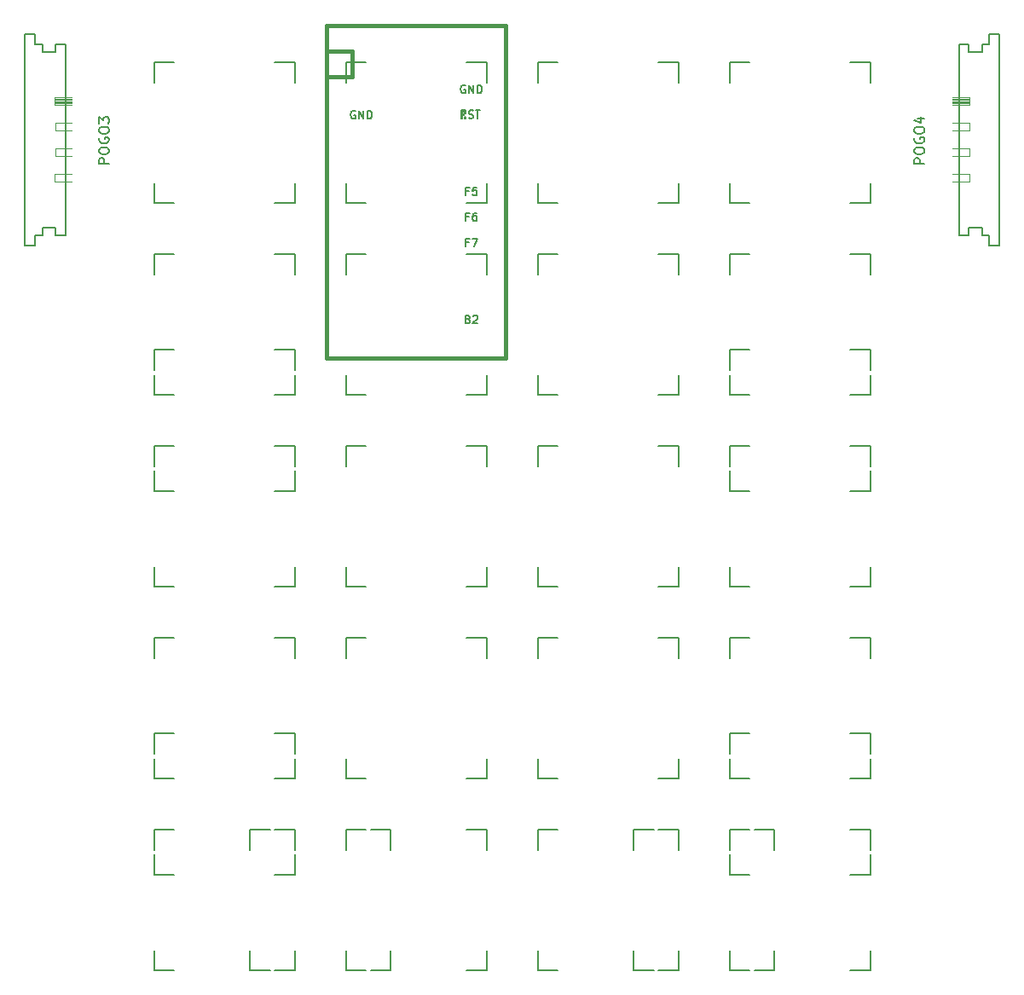
<source format=gbr>
G04 #@! TF.GenerationSoftware,KiCad,Pcbnew,(5.1.4)-1*
G04 #@! TF.CreationDate,2021-01-30T01:06:02-06:00*
G04 #@! TF.ProjectId,65Numpad,36354e75-6d70-4616-942e-6b696361645f,rev?*
G04 #@! TF.SameCoordinates,Original*
G04 #@! TF.FileFunction,Legend,Top*
G04 #@! TF.FilePolarity,Positive*
%FSLAX46Y46*%
G04 Gerber Fmt 4.6, Leading zero omitted, Abs format (unit mm)*
G04 Created by KiCad (PCBNEW (5.1.4)-1) date 2021-01-30 01:06:02*
%MOMM*%
%LPD*%
G04 APERTURE LIST*
%ADD10C,0.120000*%
%ADD11C,0.150000*%
%ADD12C,0.381000*%
G04 APERTURE END LIST*
D10*
X322109750Y-58482500D02*
X323797750Y-58482500D01*
X322109750Y-57722500D02*
X322109750Y-58482500D01*
X323797750Y-57722500D02*
X322109750Y-57722500D01*
X322109750Y-61022500D02*
X323797750Y-61022500D01*
X322109750Y-60262500D02*
X322109750Y-61022500D01*
X323797750Y-60262500D02*
X322109750Y-60262500D01*
X322103750Y-63562500D02*
X323791750Y-63562500D01*
X323791750Y-55182500D02*
X322103750Y-55182500D01*
X323791750Y-55602500D02*
X322103750Y-55602500D01*
X323791750Y-55482500D02*
X322103750Y-55482500D01*
X323791750Y-55362500D02*
X322103750Y-55362500D01*
X322103750Y-55182500D02*
X322103750Y-55942500D01*
X323791750Y-55842500D02*
X322103750Y-55842500D01*
X322103750Y-62802500D02*
X322103750Y-63562500D01*
X323791750Y-55722500D02*
X322103750Y-55722500D01*
X323791750Y-62802500D02*
X322103750Y-62802500D01*
X322103750Y-55942500D02*
X323791750Y-55942500D01*
X323791750Y-55242500D02*
X322103750Y-55242500D01*
D11*
X323143750Y-56062500D02*
X323143750Y-55062500D01*
X323143750Y-49932500D02*
X323143750Y-68932500D01*
X320843750Y-49932500D02*
X320843750Y-50732500D01*
X319143750Y-48932500D02*
X320143750Y-48932500D01*
X320143750Y-48932500D02*
X320143750Y-49932500D01*
X320143750Y-49932500D02*
X320843750Y-49932500D01*
X320843750Y-50732500D02*
X322143750Y-50732500D01*
X322143750Y-50732500D02*
X322143750Y-49932500D01*
X322143750Y-49932500D02*
X323143750Y-49932500D01*
X322143750Y-68932500D02*
X323143750Y-68932500D01*
X322143750Y-68132500D02*
X322143750Y-68932500D01*
X320843750Y-68132500D02*
X322143750Y-68132500D01*
X320843750Y-68932500D02*
X320843750Y-68132500D01*
X320143750Y-68932500D02*
X320843750Y-68932500D01*
X320143750Y-69932500D02*
X320143750Y-68932500D01*
X319143750Y-69932500D02*
X320143750Y-69932500D01*
X319143750Y-48932500D02*
X319143750Y-69932500D01*
D10*
X412902750Y-58482500D02*
X411214750Y-58482500D01*
X412902750Y-57722500D02*
X412902750Y-58482500D01*
X411214750Y-57722500D02*
X412902750Y-57722500D01*
X412902750Y-61022500D02*
X411214750Y-61022500D01*
X412902750Y-60262500D02*
X412902750Y-61022500D01*
X411214750Y-60262500D02*
X412902750Y-60262500D01*
X412908750Y-63562500D02*
X411220750Y-63562500D01*
X411220750Y-55182500D02*
X412908750Y-55182500D01*
X411220750Y-55602500D02*
X412908750Y-55602500D01*
X411220750Y-55482500D02*
X412908750Y-55482500D01*
X411220750Y-55362500D02*
X412908750Y-55362500D01*
X412908750Y-55182500D02*
X412908750Y-55942500D01*
X411220750Y-55842500D02*
X412908750Y-55842500D01*
X412908750Y-62802500D02*
X412908750Y-63562500D01*
X411220750Y-55722500D02*
X412908750Y-55722500D01*
X411220750Y-62802500D02*
X412908750Y-62802500D01*
X412908750Y-55942500D02*
X411220750Y-55942500D01*
X411220750Y-55242500D02*
X412908750Y-55242500D01*
D11*
X411868750Y-56062500D02*
X411868750Y-55062500D01*
X411868750Y-49932500D02*
X411868750Y-68932500D01*
X414168750Y-49932500D02*
X414168750Y-50732500D01*
X415868750Y-48932500D02*
X414868750Y-48932500D01*
X414868750Y-48932500D02*
X414868750Y-49932500D01*
X414868750Y-49932500D02*
X414168750Y-49932500D01*
X414168750Y-50732500D02*
X412868750Y-50732500D01*
X412868750Y-50732500D02*
X412868750Y-49932500D01*
X412868750Y-49932500D02*
X411868750Y-49932500D01*
X412868750Y-68932500D02*
X411868750Y-68932500D01*
X412868750Y-68132500D02*
X412868750Y-68932500D01*
X414168750Y-68132500D02*
X412868750Y-68132500D01*
X414168750Y-68932500D02*
X414168750Y-68132500D01*
X414868750Y-68932500D02*
X414168750Y-68932500D01*
X414868750Y-69932500D02*
X414868750Y-68932500D01*
X415868750Y-69932500D02*
X414868750Y-69932500D01*
X415868750Y-48932500D02*
X415868750Y-69932500D01*
X401081250Y-127937500D02*
X403081250Y-127937500D01*
X403081250Y-127937500D02*
X403081250Y-129937500D01*
X401081250Y-141937500D02*
X403081250Y-141937500D01*
X403081250Y-141937500D02*
X403081250Y-139937500D01*
X389081250Y-139937500D02*
X389081250Y-141937500D01*
X389081250Y-141937500D02*
X391081250Y-141937500D01*
X391081250Y-127937500D02*
X389081250Y-127937500D01*
X389081250Y-127937500D02*
X389081250Y-129937500D01*
X401081250Y-108887500D02*
X403081250Y-108887500D01*
X403081250Y-108887500D02*
X403081250Y-110887500D01*
X401081250Y-122887500D02*
X403081250Y-122887500D01*
X403081250Y-122887500D02*
X403081250Y-120887500D01*
X389081250Y-120887500D02*
X389081250Y-122887500D01*
X389081250Y-122887500D02*
X391081250Y-122887500D01*
X391081250Y-108887500D02*
X389081250Y-108887500D01*
X389081250Y-108887500D02*
X389081250Y-110887500D01*
X362981250Y-70787500D02*
X364981250Y-70787500D01*
X364981250Y-70787500D02*
X364981250Y-72787500D01*
X362981250Y-84787500D02*
X364981250Y-84787500D01*
X364981250Y-84787500D02*
X364981250Y-82787500D01*
X350981250Y-82787500D02*
X350981250Y-84787500D01*
X350981250Y-84787500D02*
X352981250Y-84787500D01*
X352981250Y-70787500D02*
X350981250Y-70787500D01*
X350981250Y-70787500D02*
X350981250Y-72787500D01*
X362981250Y-108887500D02*
X364981250Y-108887500D01*
X364981250Y-108887500D02*
X364981250Y-110887500D01*
X362981250Y-122887500D02*
X364981250Y-122887500D01*
X364981250Y-122887500D02*
X364981250Y-120887500D01*
X350981250Y-120887500D02*
X350981250Y-122887500D01*
X350981250Y-122887500D02*
X352981250Y-122887500D01*
X352981250Y-108887500D02*
X350981250Y-108887500D01*
X350981250Y-108887500D02*
X350981250Y-110887500D01*
X401081250Y-51737500D02*
X403081250Y-51737500D01*
X403081250Y-51737500D02*
X403081250Y-53737500D01*
X401081250Y-65737500D02*
X403081250Y-65737500D01*
X403081250Y-65737500D02*
X403081250Y-63737500D01*
X389081250Y-63737500D02*
X389081250Y-65737500D01*
X389081250Y-65737500D02*
X391081250Y-65737500D01*
X391081250Y-51737500D02*
X389081250Y-51737500D01*
X389081250Y-51737500D02*
X389081250Y-53737500D01*
X382031250Y-70787500D02*
X384031250Y-70787500D01*
X384031250Y-70787500D02*
X384031250Y-72787500D01*
X382031250Y-84787500D02*
X384031250Y-84787500D01*
X384031250Y-84787500D02*
X384031250Y-82787500D01*
X370031250Y-82787500D02*
X370031250Y-84787500D01*
X370031250Y-84787500D02*
X372031250Y-84787500D01*
X372031250Y-70787500D02*
X370031250Y-70787500D01*
X370031250Y-70787500D02*
X370031250Y-72787500D01*
X362981250Y-89837500D02*
X364981250Y-89837500D01*
X364981250Y-89837500D02*
X364981250Y-91837500D01*
X362981250Y-103837500D02*
X364981250Y-103837500D01*
X364981250Y-103837500D02*
X364981250Y-101837500D01*
X350981250Y-101837500D02*
X350981250Y-103837500D01*
X350981250Y-103837500D02*
X352981250Y-103837500D01*
X352981250Y-89837500D02*
X350981250Y-89837500D01*
X350981250Y-89837500D02*
X350981250Y-91837500D01*
X343931250Y-89837500D02*
X345931250Y-89837500D01*
X345931250Y-89837500D02*
X345931250Y-91837500D01*
X343931250Y-103837500D02*
X345931250Y-103837500D01*
X345931250Y-103837500D02*
X345931250Y-101837500D01*
X331931250Y-101837500D02*
X331931250Y-103837500D01*
X331931250Y-103837500D02*
X333931250Y-103837500D01*
X333931250Y-89837500D02*
X331931250Y-89837500D01*
X331931250Y-89837500D02*
X331931250Y-91837500D01*
X382031250Y-108887500D02*
X384031250Y-108887500D01*
X384031250Y-108887500D02*
X384031250Y-110887500D01*
X382031250Y-122887500D02*
X384031250Y-122887500D01*
X384031250Y-122887500D02*
X384031250Y-120887500D01*
X370031250Y-120887500D02*
X370031250Y-122887500D01*
X370031250Y-122887500D02*
X372031250Y-122887500D01*
X372031250Y-108887500D02*
X370031250Y-108887500D01*
X370031250Y-108887500D02*
X370031250Y-110887500D01*
X362981250Y-127937500D02*
X364981250Y-127937500D01*
X364981250Y-127937500D02*
X364981250Y-129937500D01*
X362981250Y-141937500D02*
X364981250Y-141937500D01*
X364981250Y-141937500D02*
X364981250Y-139937500D01*
X350981250Y-139937500D02*
X350981250Y-141937500D01*
X350981250Y-141937500D02*
X352981250Y-141937500D01*
X352981250Y-127937500D02*
X350981250Y-127937500D01*
X350981250Y-127937500D02*
X350981250Y-129937500D01*
X343931250Y-127937500D02*
X345931250Y-127937500D01*
X345931250Y-127937500D02*
X345931250Y-129937500D01*
X343931250Y-141937500D02*
X345931250Y-141937500D01*
X345931250Y-141937500D02*
X345931250Y-139937500D01*
X331931250Y-139937500D02*
X331931250Y-141937500D01*
X331931250Y-141937500D02*
X333931250Y-141937500D01*
X333931250Y-127937500D02*
X331931250Y-127937500D01*
X331931250Y-127937500D02*
X331931250Y-129937500D01*
X401081250Y-70787500D02*
X403081250Y-70787500D01*
X403081250Y-70787500D02*
X403081250Y-72787500D01*
X401081250Y-84787500D02*
X403081250Y-84787500D01*
X403081250Y-84787500D02*
X403081250Y-82787500D01*
X389081250Y-82787500D02*
X389081250Y-84787500D01*
X389081250Y-84787500D02*
X391081250Y-84787500D01*
X391081250Y-70787500D02*
X389081250Y-70787500D01*
X389081250Y-70787500D02*
X389081250Y-72787500D01*
X401081250Y-89837500D02*
X403081250Y-89837500D01*
X403081250Y-89837500D02*
X403081250Y-91837500D01*
X401081250Y-103837500D02*
X403081250Y-103837500D01*
X403081250Y-103837500D02*
X403081250Y-101837500D01*
X389081250Y-101837500D02*
X389081250Y-103837500D01*
X389081250Y-103837500D02*
X391081250Y-103837500D01*
X391081250Y-89837500D02*
X389081250Y-89837500D01*
X389081250Y-89837500D02*
X389081250Y-91837500D01*
X382031250Y-127937500D02*
X384031250Y-127937500D01*
X384031250Y-127937500D02*
X384031250Y-129937500D01*
X382031250Y-141937500D02*
X384031250Y-141937500D01*
X384031250Y-141937500D02*
X384031250Y-139937500D01*
X370031250Y-139937500D02*
X370031250Y-141937500D01*
X370031250Y-141937500D02*
X372031250Y-141937500D01*
X372031250Y-127937500D02*
X370031250Y-127937500D01*
X370031250Y-127937500D02*
X370031250Y-129937500D01*
D12*
X351631250Y-50641250D02*
X349091250Y-50641250D01*
X349091250Y-48101250D02*
X349091250Y-50641250D01*
X366871250Y-48101250D02*
X349091250Y-48101250D01*
X366871250Y-50641250D02*
X366871250Y-48101250D01*
D11*
G36*
X362912818Y-57120610D02*
G01*
X362912818Y-57320610D01*
X362812818Y-57320610D01*
X362812818Y-57120610D01*
X362912818Y-57120610D01*
G37*
X362912818Y-57120610D02*
X362912818Y-57320610D01*
X362812818Y-57320610D01*
X362812818Y-57120610D01*
X362912818Y-57120610D01*
G36*
X362512818Y-56520610D02*
G01*
X362512818Y-57320610D01*
X362412818Y-57320610D01*
X362412818Y-56520610D01*
X362512818Y-56520610D01*
G37*
X362512818Y-56520610D02*
X362512818Y-57320610D01*
X362412818Y-57320610D01*
X362412818Y-56520610D01*
X362512818Y-56520610D01*
G36*
X362912818Y-56520610D02*
G01*
X362912818Y-56620610D01*
X362412818Y-56620610D01*
X362412818Y-56520610D01*
X362912818Y-56520610D01*
G37*
X362912818Y-56520610D02*
X362912818Y-56620610D01*
X362412818Y-56620610D01*
X362412818Y-56520610D01*
X362912818Y-56520610D01*
G36*
X362712818Y-56920610D02*
G01*
X362712818Y-57020610D01*
X362612818Y-57020610D01*
X362612818Y-56920610D01*
X362712818Y-56920610D01*
G37*
X362712818Y-56920610D02*
X362712818Y-57020610D01*
X362612818Y-57020610D01*
X362612818Y-56920610D01*
X362712818Y-56920610D01*
G36*
X362912818Y-56520610D02*
G01*
X362912818Y-56820610D01*
X362812818Y-56820610D01*
X362812818Y-56520610D01*
X362912818Y-56520610D01*
G37*
X362912818Y-56520610D02*
X362912818Y-56820610D01*
X362812818Y-56820610D01*
X362812818Y-56520610D01*
X362912818Y-56520610D01*
D12*
X351631250Y-53181250D02*
X349091250Y-53181250D01*
X351631250Y-50641250D02*
X351631250Y-53181250D01*
X366871250Y-81121250D02*
X366871250Y-50641250D01*
X349091250Y-81121250D02*
X366871250Y-81121250D01*
X349091250Y-50641250D02*
X349091250Y-81121250D01*
D11*
X362981250Y-51737500D02*
X364981250Y-51737500D01*
X364981250Y-51737500D02*
X364981250Y-53737500D01*
X362981250Y-65737500D02*
X364981250Y-65737500D01*
X364981250Y-65737500D02*
X364981250Y-63737500D01*
X350981250Y-63737500D02*
X350981250Y-65737500D01*
X350981250Y-65737500D02*
X352981250Y-65737500D01*
X352981250Y-51737500D02*
X350981250Y-51737500D01*
X350981250Y-51737500D02*
X350981250Y-53737500D01*
X382031250Y-89837500D02*
X384031250Y-89837500D01*
X384031250Y-89837500D02*
X384031250Y-91837500D01*
X382031250Y-103837500D02*
X384031250Y-103837500D01*
X384031250Y-103837500D02*
X384031250Y-101837500D01*
X370031250Y-101837500D02*
X370031250Y-103837500D01*
X370031250Y-103837500D02*
X372031250Y-103837500D01*
X372031250Y-89837500D02*
X370031250Y-89837500D01*
X370031250Y-89837500D02*
X370031250Y-91837500D01*
X343931250Y-51737500D02*
X345931250Y-51737500D01*
X345931250Y-51737500D02*
X345931250Y-53737500D01*
X343931250Y-65737500D02*
X345931250Y-65737500D01*
X345931250Y-65737500D02*
X345931250Y-63737500D01*
X331931250Y-63737500D02*
X331931250Y-65737500D01*
X331931250Y-65737500D02*
X333931250Y-65737500D01*
X333931250Y-51737500D02*
X331931250Y-51737500D01*
X331931250Y-51737500D02*
X331931250Y-53737500D01*
X343931250Y-70787500D02*
X345931250Y-70787500D01*
X345931250Y-70787500D02*
X345931250Y-72787500D01*
X343931250Y-84787500D02*
X345931250Y-84787500D01*
X345931250Y-84787500D02*
X345931250Y-82787500D01*
X331931250Y-82787500D02*
X331931250Y-84787500D01*
X331931250Y-84787500D02*
X333931250Y-84787500D01*
X333931250Y-70787500D02*
X331931250Y-70787500D01*
X331931250Y-70787500D02*
X331931250Y-72787500D01*
X391556250Y-127937500D02*
X393556250Y-127937500D01*
X393556250Y-127937500D02*
X393556250Y-129937500D01*
X391556250Y-141937500D02*
X393556250Y-141937500D01*
X393556250Y-141937500D02*
X393556250Y-139937500D01*
X379556250Y-139937500D02*
X379556250Y-141937500D01*
X379556250Y-141937500D02*
X381556250Y-141937500D01*
X381556250Y-127937500D02*
X379556250Y-127937500D01*
X379556250Y-127937500D02*
X379556250Y-129937500D01*
X343931250Y-108887500D02*
X345931250Y-108887500D01*
X345931250Y-108887500D02*
X345931250Y-110887500D01*
X343931250Y-122887500D02*
X345931250Y-122887500D01*
X345931250Y-122887500D02*
X345931250Y-120887500D01*
X331931250Y-120887500D02*
X331931250Y-122887500D01*
X331931250Y-122887500D02*
X333931250Y-122887500D01*
X333931250Y-108887500D02*
X331931250Y-108887500D01*
X331931250Y-108887500D02*
X331931250Y-110887500D01*
X353456250Y-127937500D02*
X355456250Y-127937500D01*
X355456250Y-127937500D02*
X355456250Y-129937500D01*
X353456250Y-141937500D02*
X355456250Y-141937500D01*
X355456250Y-141937500D02*
X355456250Y-139937500D01*
X341456250Y-139937500D02*
X341456250Y-141937500D01*
X341456250Y-141937500D02*
X343456250Y-141937500D01*
X343456250Y-127937500D02*
X341456250Y-127937500D01*
X341456250Y-127937500D02*
X341456250Y-129937500D01*
X382031250Y-51737500D02*
X384031250Y-51737500D01*
X384031250Y-51737500D02*
X384031250Y-53737500D01*
X382031250Y-65737500D02*
X384031250Y-65737500D01*
X384031250Y-65737500D02*
X384031250Y-63737500D01*
X370031250Y-63737500D02*
X370031250Y-65737500D01*
X370031250Y-65737500D02*
X372031250Y-65737500D01*
X372031250Y-51737500D02*
X370031250Y-51737500D01*
X370031250Y-51737500D02*
X370031250Y-53737500D01*
X343931250Y-118412500D02*
X345931250Y-118412500D01*
X345931250Y-118412500D02*
X345931250Y-120412500D01*
X343931250Y-132412500D02*
X345931250Y-132412500D01*
X345931250Y-132412500D02*
X345931250Y-130412500D01*
X331931250Y-130412500D02*
X331931250Y-132412500D01*
X331931250Y-132412500D02*
X333931250Y-132412500D01*
X333931250Y-118412500D02*
X331931250Y-118412500D01*
X331931250Y-118412500D02*
X331931250Y-120412500D01*
X343931250Y-80312500D02*
X345931250Y-80312500D01*
X345931250Y-80312500D02*
X345931250Y-82312500D01*
X343931250Y-94312500D02*
X345931250Y-94312500D01*
X345931250Y-94312500D02*
X345931250Y-92312500D01*
X331931250Y-92312500D02*
X331931250Y-94312500D01*
X331931250Y-94312500D02*
X333931250Y-94312500D01*
X333931250Y-80312500D02*
X331931250Y-80312500D01*
X331931250Y-80312500D02*
X331931250Y-82312500D01*
X401081250Y-80312500D02*
X403081250Y-80312500D01*
X403081250Y-80312500D02*
X403081250Y-82312500D01*
X401081250Y-94312500D02*
X403081250Y-94312500D01*
X403081250Y-94312500D02*
X403081250Y-92312500D01*
X389081250Y-92312500D02*
X389081250Y-94312500D01*
X389081250Y-94312500D02*
X391081250Y-94312500D01*
X391081250Y-80312500D02*
X389081250Y-80312500D01*
X389081250Y-80312500D02*
X389081250Y-82312500D01*
X401081250Y-118412500D02*
X403081250Y-118412500D01*
X403081250Y-118412500D02*
X403081250Y-120412500D01*
X401081250Y-132412500D02*
X403081250Y-132412500D01*
X403081250Y-132412500D02*
X403081250Y-130412500D01*
X389081250Y-130412500D02*
X389081250Y-132412500D01*
X389081250Y-132412500D02*
X391081250Y-132412500D01*
X391081250Y-118412500D02*
X389081250Y-118412500D01*
X389081250Y-118412500D02*
X389081250Y-120412500D01*
X327477380Y-61816964D02*
X326477380Y-61816964D01*
X326477380Y-61436011D01*
X326525000Y-61340773D01*
X326572619Y-61293154D01*
X326667857Y-61245535D01*
X326810714Y-61245535D01*
X326905952Y-61293154D01*
X326953571Y-61340773D01*
X327001190Y-61436011D01*
X327001190Y-61816964D01*
X326477380Y-60626488D02*
X326477380Y-60436011D01*
X326525000Y-60340773D01*
X326620238Y-60245535D01*
X326810714Y-60197916D01*
X327144047Y-60197916D01*
X327334523Y-60245535D01*
X327429761Y-60340773D01*
X327477380Y-60436011D01*
X327477380Y-60626488D01*
X327429761Y-60721726D01*
X327334523Y-60816964D01*
X327144047Y-60864583D01*
X326810714Y-60864583D01*
X326620238Y-60816964D01*
X326525000Y-60721726D01*
X326477380Y-60626488D01*
X326525000Y-59245535D02*
X326477380Y-59340773D01*
X326477380Y-59483630D01*
X326525000Y-59626488D01*
X326620238Y-59721726D01*
X326715476Y-59769345D01*
X326905952Y-59816964D01*
X327048809Y-59816964D01*
X327239285Y-59769345D01*
X327334523Y-59721726D01*
X327429761Y-59626488D01*
X327477380Y-59483630D01*
X327477380Y-59388392D01*
X327429761Y-59245535D01*
X327382142Y-59197916D01*
X327048809Y-59197916D01*
X327048809Y-59388392D01*
X326477380Y-58578869D02*
X326477380Y-58388392D01*
X326525000Y-58293154D01*
X326620238Y-58197916D01*
X326810714Y-58150297D01*
X327144047Y-58150297D01*
X327334523Y-58197916D01*
X327429761Y-58293154D01*
X327477380Y-58388392D01*
X327477380Y-58578869D01*
X327429761Y-58674107D01*
X327334523Y-58769345D01*
X327144047Y-58816964D01*
X326810714Y-58816964D01*
X326620238Y-58769345D01*
X326525000Y-58674107D01*
X326477380Y-58578869D01*
X326477380Y-57816964D02*
X326477380Y-57197916D01*
X326858333Y-57531250D01*
X326858333Y-57388392D01*
X326905952Y-57293154D01*
X326953571Y-57245535D01*
X327048809Y-57197916D01*
X327286904Y-57197916D01*
X327382142Y-57245535D01*
X327429761Y-57293154D01*
X327477380Y-57388392D01*
X327477380Y-57674107D01*
X327429761Y-57769345D01*
X327382142Y-57816964D01*
X408439880Y-61816964D02*
X407439880Y-61816964D01*
X407439880Y-61436011D01*
X407487500Y-61340773D01*
X407535119Y-61293154D01*
X407630357Y-61245535D01*
X407773214Y-61245535D01*
X407868452Y-61293154D01*
X407916071Y-61340773D01*
X407963690Y-61436011D01*
X407963690Y-61816964D01*
X407439880Y-60626488D02*
X407439880Y-60436011D01*
X407487500Y-60340773D01*
X407582738Y-60245535D01*
X407773214Y-60197916D01*
X408106547Y-60197916D01*
X408297023Y-60245535D01*
X408392261Y-60340773D01*
X408439880Y-60436011D01*
X408439880Y-60626488D01*
X408392261Y-60721726D01*
X408297023Y-60816964D01*
X408106547Y-60864583D01*
X407773214Y-60864583D01*
X407582738Y-60816964D01*
X407487500Y-60721726D01*
X407439880Y-60626488D01*
X407487500Y-59245535D02*
X407439880Y-59340773D01*
X407439880Y-59483630D01*
X407487500Y-59626488D01*
X407582738Y-59721726D01*
X407677976Y-59769345D01*
X407868452Y-59816964D01*
X408011309Y-59816964D01*
X408201785Y-59769345D01*
X408297023Y-59721726D01*
X408392261Y-59626488D01*
X408439880Y-59483630D01*
X408439880Y-59388392D01*
X408392261Y-59245535D01*
X408344642Y-59197916D01*
X408011309Y-59197916D01*
X408011309Y-59388392D01*
X407439880Y-58578869D02*
X407439880Y-58388392D01*
X407487500Y-58293154D01*
X407582738Y-58197916D01*
X407773214Y-58150297D01*
X408106547Y-58150297D01*
X408297023Y-58197916D01*
X408392261Y-58293154D01*
X408439880Y-58388392D01*
X408439880Y-58578869D01*
X408392261Y-58674107D01*
X408297023Y-58769345D01*
X408106547Y-58816964D01*
X407773214Y-58816964D01*
X407582738Y-58769345D01*
X407487500Y-58674107D01*
X407439880Y-58578869D01*
X407773214Y-57293154D02*
X408439880Y-57293154D01*
X407392261Y-57531250D02*
X408106547Y-57769345D01*
X408106547Y-57150297D01*
X363181036Y-57285059D02*
X363295322Y-57323154D01*
X363485798Y-57323154D01*
X363561989Y-57285059D01*
X363600084Y-57246964D01*
X363638179Y-57170773D01*
X363638179Y-57094583D01*
X363600084Y-57018392D01*
X363561989Y-56980297D01*
X363485798Y-56942202D01*
X363333417Y-56904107D01*
X363257227Y-56866011D01*
X363219131Y-56827916D01*
X363181036Y-56751726D01*
X363181036Y-56675535D01*
X363219131Y-56599345D01*
X363257227Y-56561250D01*
X363333417Y-56523154D01*
X363523893Y-56523154D01*
X363638179Y-56561250D01*
X363866750Y-56523154D02*
X364323893Y-56523154D01*
X364095322Y-57323154D02*
X364095322Y-56523154D01*
X351910726Y-56591250D02*
X351834535Y-56553154D01*
X351720250Y-56553154D01*
X351605964Y-56591250D01*
X351529773Y-56667440D01*
X351491678Y-56743630D01*
X351453583Y-56896011D01*
X351453583Y-57010297D01*
X351491678Y-57162678D01*
X351529773Y-57238869D01*
X351605964Y-57315059D01*
X351720250Y-57353154D01*
X351796440Y-57353154D01*
X351910726Y-57315059D01*
X351948821Y-57276964D01*
X351948821Y-57010297D01*
X351796440Y-57010297D01*
X352291678Y-57353154D02*
X352291678Y-56553154D01*
X352748821Y-57353154D01*
X352748821Y-56553154D01*
X353129773Y-57353154D02*
X353129773Y-56553154D01*
X353320250Y-56553154D01*
X353434535Y-56591250D01*
X353510726Y-56667440D01*
X353548821Y-56743630D01*
X353586916Y-56896011D01*
X353586916Y-57010297D01*
X353548821Y-57162678D01*
X353510726Y-57238869D01*
X353434535Y-57315059D01*
X353320250Y-57353154D01*
X353129773Y-57353154D01*
X363118440Y-77254107D02*
X363232726Y-77292202D01*
X363270821Y-77330297D01*
X363308916Y-77406488D01*
X363308916Y-77520773D01*
X363270821Y-77596964D01*
X363232726Y-77635059D01*
X363156535Y-77673154D01*
X362851773Y-77673154D01*
X362851773Y-76873154D01*
X363118440Y-76873154D01*
X363194630Y-76911250D01*
X363232726Y-76949345D01*
X363270821Y-77025535D01*
X363270821Y-77101726D01*
X363232726Y-77177916D01*
X363194630Y-77216011D01*
X363118440Y-77254107D01*
X362851773Y-77254107D01*
X363613678Y-76949345D02*
X363651773Y-76911250D01*
X363727964Y-76873154D01*
X363918440Y-76873154D01*
X363994630Y-76911250D01*
X364032726Y-76949345D01*
X364070821Y-77025535D01*
X364070821Y-77101726D01*
X364032726Y-77216011D01*
X363575583Y-77673154D01*
X364070821Y-77673154D01*
X363175583Y-69634107D02*
X362908916Y-69634107D01*
X362908916Y-70053154D02*
X362908916Y-69253154D01*
X363289869Y-69253154D01*
X363518440Y-69253154D02*
X364051773Y-69253154D01*
X363708916Y-70053154D01*
X363175583Y-67094107D02*
X362908916Y-67094107D01*
X362908916Y-67513154D02*
X362908916Y-66713154D01*
X363289869Y-66713154D01*
X363937488Y-66713154D02*
X363785107Y-66713154D01*
X363708916Y-66751250D01*
X363670821Y-66789345D01*
X363594630Y-66903630D01*
X363556535Y-67056011D01*
X363556535Y-67360773D01*
X363594630Y-67436964D01*
X363632726Y-67475059D01*
X363708916Y-67513154D01*
X363861297Y-67513154D01*
X363937488Y-67475059D01*
X363975583Y-67436964D01*
X364013678Y-67360773D01*
X364013678Y-67170297D01*
X363975583Y-67094107D01*
X363937488Y-67056011D01*
X363861297Y-67017916D01*
X363708916Y-67017916D01*
X363632726Y-67056011D01*
X363594630Y-67094107D01*
X363556535Y-67170297D01*
X363175583Y-64554107D02*
X362908916Y-64554107D01*
X362908916Y-64973154D02*
X362908916Y-64173154D01*
X363289869Y-64173154D01*
X363975583Y-64173154D02*
X363594630Y-64173154D01*
X363556535Y-64554107D01*
X363594630Y-64516011D01*
X363670821Y-64477916D01*
X363861297Y-64477916D01*
X363937488Y-64516011D01*
X363975583Y-64554107D01*
X364013678Y-64630297D01*
X364013678Y-64820773D01*
X363975583Y-64896964D01*
X363937488Y-64935059D01*
X363861297Y-64973154D01*
X363670821Y-64973154D01*
X363594630Y-64935059D01*
X363556535Y-64896964D01*
X363181036Y-57285059D02*
X363295322Y-57323154D01*
X363485798Y-57323154D01*
X363561989Y-57285059D01*
X363600084Y-57246964D01*
X363638179Y-57170773D01*
X363638179Y-57094583D01*
X363600084Y-57018392D01*
X363561989Y-56980297D01*
X363485798Y-56942202D01*
X363333417Y-56904107D01*
X363257227Y-56866011D01*
X363219131Y-56827916D01*
X363181036Y-56751726D01*
X363181036Y-56675535D01*
X363219131Y-56599345D01*
X363257227Y-56561250D01*
X363333417Y-56523154D01*
X363523893Y-56523154D01*
X363638179Y-56561250D01*
X363866750Y-56523154D02*
X364323893Y-56523154D01*
X364095322Y-57323154D02*
X364095322Y-56523154D01*
X362832726Y-54051250D02*
X362756535Y-54013154D01*
X362642250Y-54013154D01*
X362527964Y-54051250D01*
X362451773Y-54127440D01*
X362413678Y-54203630D01*
X362375583Y-54356011D01*
X362375583Y-54470297D01*
X362413678Y-54622678D01*
X362451773Y-54698869D01*
X362527964Y-54775059D01*
X362642250Y-54813154D01*
X362718440Y-54813154D01*
X362832726Y-54775059D01*
X362870821Y-54736964D01*
X362870821Y-54470297D01*
X362718440Y-54470297D01*
X363213678Y-54813154D02*
X363213678Y-54013154D01*
X363670821Y-54813154D01*
X363670821Y-54013154D01*
X364051773Y-54813154D02*
X364051773Y-54013154D01*
X364242250Y-54013154D01*
X364356535Y-54051250D01*
X364432726Y-54127440D01*
X364470821Y-54203630D01*
X364508916Y-54356011D01*
X364508916Y-54470297D01*
X364470821Y-54622678D01*
X364432726Y-54698869D01*
X364356535Y-54775059D01*
X364242250Y-54813154D01*
X364051773Y-54813154D01*
X363175583Y-64554107D02*
X362908916Y-64554107D01*
X362908916Y-64973154D02*
X362908916Y-64173154D01*
X363289869Y-64173154D01*
X363975583Y-64173154D02*
X363594630Y-64173154D01*
X363556535Y-64554107D01*
X363594630Y-64516011D01*
X363670821Y-64477916D01*
X363861297Y-64477916D01*
X363937488Y-64516011D01*
X363975583Y-64554107D01*
X364013678Y-64630297D01*
X364013678Y-64820773D01*
X363975583Y-64896964D01*
X363937488Y-64935059D01*
X363861297Y-64973154D01*
X363670821Y-64973154D01*
X363594630Y-64935059D01*
X363556535Y-64896964D01*
X363175583Y-67094107D02*
X362908916Y-67094107D01*
X362908916Y-67513154D02*
X362908916Y-66713154D01*
X363289869Y-66713154D01*
X363937488Y-66713154D02*
X363785107Y-66713154D01*
X363708916Y-66751250D01*
X363670821Y-66789345D01*
X363594630Y-66903630D01*
X363556535Y-67056011D01*
X363556535Y-67360773D01*
X363594630Y-67436964D01*
X363632726Y-67475059D01*
X363708916Y-67513154D01*
X363861297Y-67513154D01*
X363937488Y-67475059D01*
X363975583Y-67436964D01*
X364013678Y-67360773D01*
X364013678Y-67170297D01*
X363975583Y-67094107D01*
X363937488Y-67056011D01*
X363861297Y-67017916D01*
X363708916Y-67017916D01*
X363632726Y-67056011D01*
X363594630Y-67094107D01*
X363556535Y-67170297D01*
X363175583Y-69634107D02*
X362908916Y-69634107D01*
X362908916Y-70053154D02*
X362908916Y-69253154D01*
X363289869Y-69253154D01*
X363518440Y-69253154D02*
X364051773Y-69253154D01*
X363708916Y-70053154D01*
X363118440Y-77254107D02*
X363232726Y-77292202D01*
X363270821Y-77330297D01*
X363308916Y-77406488D01*
X363308916Y-77520773D01*
X363270821Y-77596964D01*
X363232726Y-77635059D01*
X363156535Y-77673154D01*
X362851773Y-77673154D01*
X362851773Y-76873154D01*
X363118440Y-76873154D01*
X363194630Y-76911250D01*
X363232726Y-76949345D01*
X363270821Y-77025535D01*
X363270821Y-77101726D01*
X363232726Y-77177916D01*
X363194630Y-77216011D01*
X363118440Y-77254107D01*
X362851773Y-77254107D01*
X363613678Y-76949345D02*
X363651773Y-76911250D01*
X363727964Y-76873154D01*
X363918440Y-76873154D01*
X363994630Y-76911250D01*
X364032726Y-76949345D01*
X364070821Y-77025535D01*
X364070821Y-77101726D01*
X364032726Y-77216011D01*
X363575583Y-77673154D01*
X364070821Y-77673154D01*
M02*

</source>
